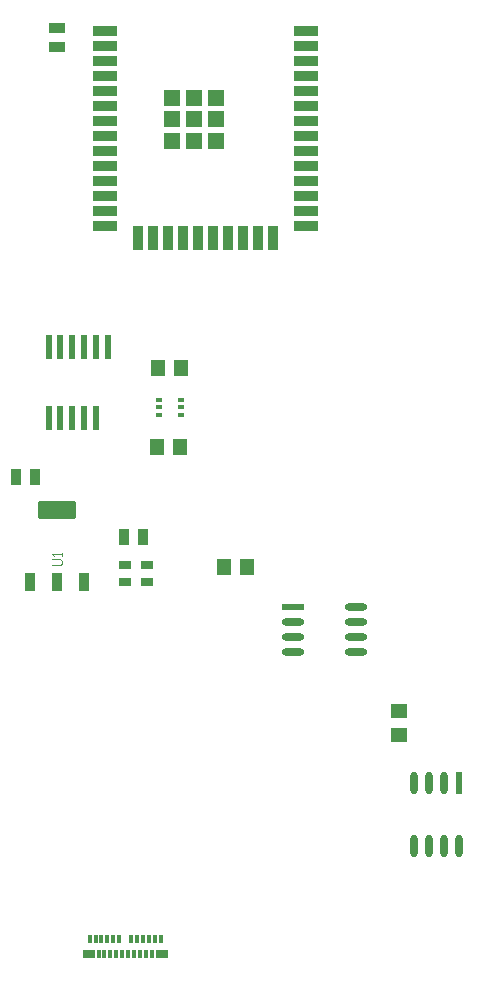
<source format=gtp>
G04*
G04 #@! TF.GenerationSoftware,Altium Limited,Altium Designer,22.7.1 (60)*
G04*
G04 Layer_Color=8421504*
%FSLAX25Y25*%
%MOIN*%
G70*
G04*
G04 #@! TF.SameCoordinates,2BF9A078-D696-49FA-A729-B53DB30398E2*
G04*
G04*
G04 #@! TF.FilePolarity,Positive*
G04*
G01*
G75*
%ADD16C,0.00394*%
%ADD17R,0.01968X0.07874*%
%ADD18R,0.04953X0.05756*%
%ADD19R,0.01968X0.01575*%
%ADD20R,0.03937X0.03150*%
%ADD21R,0.02410X0.07597*%
G04:AMPARAMS|DCode=22|XSize=75.97mil|YSize=24.1mil|CornerRadius=12.05mil|HoleSize=0mil|Usage=FLASHONLY|Rotation=270.000|XOffset=0mil|YOffset=0mil|HoleType=Round|Shape=RoundedRectangle|*
%AMROUNDEDRECTD22*
21,1,0.07597,0.00000,0,0,270.0*
21,1,0.05187,0.02410,0,0,270.0*
1,1,0.02410,0.00000,-0.02594*
1,1,0.02410,0.00000,0.02594*
1,1,0.02410,0.00000,0.02594*
1,1,0.02410,0.00000,-0.02594*
%
%ADD22ROUNDEDRECTD22*%
G04:AMPARAMS|DCode=23|XSize=35.43mil|YSize=57.09mil|CornerRadius=1.95mil|HoleSize=0mil|Usage=FLASHONLY|Rotation=180.000|XOffset=0mil|YOffset=0mil|HoleType=Round|Shape=RoundedRectangle|*
%AMROUNDEDRECTD23*
21,1,0.03543,0.05319,0,0,180.0*
21,1,0.03154,0.05709,0,0,180.0*
1,1,0.00390,-0.01577,0.02659*
1,1,0.00390,0.01577,0.02659*
1,1,0.00390,0.01577,-0.02659*
1,1,0.00390,-0.01577,-0.02659*
%
%ADD23ROUNDEDRECTD23*%
G04:AMPARAMS|DCode=24|XSize=124.02mil|YSize=57.09mil|CornerRadius=2mil|HoleSize=0mil|Usage=FLASHONLY|Rotation=180.000|XOffset=0mil|YOffset=0mil|HoleType=Round|Shape=RoundedRectangle|*
%AMROUNDEDRECTD24*
21,1,0.12402,0.05309,0,0,180.0*
21,1,0.12002,0.05709,0,0,180.0*
1,1,0.00400,-0.06001,0.02655*
1,1,0.00400,0.06001,0.02655*
1,1,0.00400,0.06001,-0.02655*
1,1,0.00400,-0.06001,-0.02655*
%
%ADD24ROUNDEDRECTD24*%
%ADD25R,0.03248X0.05217*%
G04:AMPARAMS|DCode=26|XSize=75.97mil|YSize=24.1mil|CornerRadius=12.05mil|HoleSize=0mil|Usage=FLASHONLY|Rotation=0.000|XOffset=0mil|YOffset=0mil|HoleType=Round|Shape=RoundedRectangle|*
%AMROUNDEDRECTD26*
21,1,0.07597,0.00000,0,0,0.0*
21,1,0.05187,0.02410,0,0,0.0*
1,1,0.02410,0.02594,0.00000*
1,1,0.02410,-0.02594,0.00000*
1,1,0.02410,-0.02594,0.00000*
1,1,0.02410,0.02594,0.00000*
%
%ADD26ROUNDEDRECTD26*%
%ADD27R,0.07597X0.02410*%
%ADD28R,0.05756X0.04953*%
%ADD29R,0.05217X0.03248*%
%ADD30R,0.03937X0.02756*%
%ADD31R,0.01181X0.02756*%
%ADD32R,0.05236X0.05236*%
%ADD33R,0.03543X0.07874*%
%ADD34R,0.07874X0.03543*%
D16*
X156851Y226000D02*
X159475D01*
X160000Y226525D01*
Y227574D01*
X159475Y228099D01*
X156851D01*
X160000Y229149D02*
Y230198D01*
Y229673D01*
X156851D01*
X157376Y229149D01*
D17*
X171374Y275189D02*
D03*
X167437D02*
D03*
X163500D02*
D03*
X159563D02*
D03*
X155626D02*
D03*
Y298811D02*
D03*
X159563D02*
D03*
X163500D02*
D03*
X167437D02*
D03*
X171374D02*
D03*
X175311D02*
D03*
D18*
X191654Y265500D02*
D03*
X199346D02*
D03*
X192154Y291669D02*
D03*
X199846D02*
D03*
X221846Y225500D02*
D03*
X214154D02*
D03*
D19*
X192260Y281228D02*
D03*
Y278669D02*
D03*
Y276110D02*
D03*
X199740D02*
D03*
Y278669D02*
D03*
Y281228D02*
D03*
D20*
X188500Y220331D02*
D03*
Y226236D02*
D03*
X181000Y226283D02*
D03*
Y220378D02*
D03*
D21*
X292500Y153399D02*
D03*
D22*
X287500D02*
D03*
X282500D02*
D03*
X277500D02*
D03*
Y132601D02*
D03*
X282500D02*
D03*
X287500D02*
D03*
X292500D02*
D03*
D23*
X149445Y220394D02*
D03*
X158500D02*
D03*
X167555D02*
D03*
D24*
X158500Y244606D02*
D03*
D25*
X180850Y235500D02*
D03*
X187150D02*
D03*
X151150Y255500D02*
D03*
X144850D02*
D03*
D26*
X257899Y212000D02*
D03*
Y207000D02*
D03*
Y202000D02*
D03*
Y197000D02*
D03*
X237101D02*
D03*
Y202000D02*
D03*
Y207000D02*
D03*
D27*
Y212000D02*
D03*
D28*
X272500Y169654D02*
D03*
Y177346D02*
D03*
D29*
X158500Y405150D02*
D03*
Y398850D02*
D03*
D30*
X193307Y96339D02*
D03*
X168898D02*
D03*
D31*
X172244D02*
D03*
X174213D02*
D03*
X176181D02*
D03*
X178150D02*
D03*
X180118D02*
D03*
X182087D02*
D03*
X184055D02*
D03*
X186024D02*
D03*
X187992D02*
D03*
X189961D02*
D03*
X192913Y101457D02*
D03*
X190945D02*
D03*
X188976D02*
D03*
X187008D02*
D03*
X185039D02*
D03*
X183071D02*
D03*
X179134D02*
D03*
X177165D02*
D03*
X175197D02*
D03*
X173228D02*
D03*
X171260D02*
D03*
X169291D02*
D03*
D32*
X211287Y367457D02*
D03*
X204063D02*
D03*
X196839D02*
D03*
X211287Y374681D02*
D03*
X204063D02*
D03*
X196839D02*
D03*
X211287Y381906D02*
D03*
X204063D02*
D03*
X196839D02*
D03*
D33*
X230500Y335272D02*
D03*
X225500D02*
D03*
X220500D02*
D03*
X215500D02*
D03*
X210500D02*
D03*
X205500D02*
D03*
X200500D02*
D03*
X195500D02*
D03*
X190500D02*
D03*
X185500D02*
D03*
D34*
X241465Y404209D02*
D03*
Y399209D02*
D03*
Y394209D02*
D03*
Y389209D02*
D03*
Y384209D02*
D03*
Y379209D02*
D03*
Y374209D02*
D03*
Y369209D02*
D03*
Y364209D02*
D03*
Y359209D02*
D03*
Y354209D02*
D03*
Y349209D02*
D03*
Y344209D02*
D03*
Y339209D02*
D03*
X174535D02*
D03*
Y344209D02*
D03*
Y349209D02*
D03*
Y354209D02*
D03*
Y359209D02*
D03*
Y364209D02*
D03*
Y369209D02*
D03*
Y374209D02*
D03*
Y379209D02*
D03*
Y384209D02*
D03*
Y389209D02*
D03*
Y394209D02*
D03*
Y399209D02*
D03*
Y404209D02*
D03*
M02*

</source>
